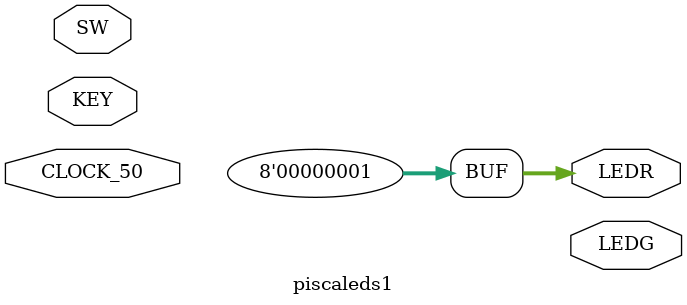
<source format=v>
module piscaleds1(
	input CLOCK_50, 
	input [3:0] KEY, 
	input [9:0] SW, 
	output [7:0] LEDG, 
	output [7:0] LEDR
);

	reg [25:0] cont = 0;
	reg l = 0;
	assign LEDR = 1;

	always @(posedge CLOCK_50) begin
		cont = cont + 1;
		if(cont == 0)
			l = ~l;
	end


endmodule
</source>
